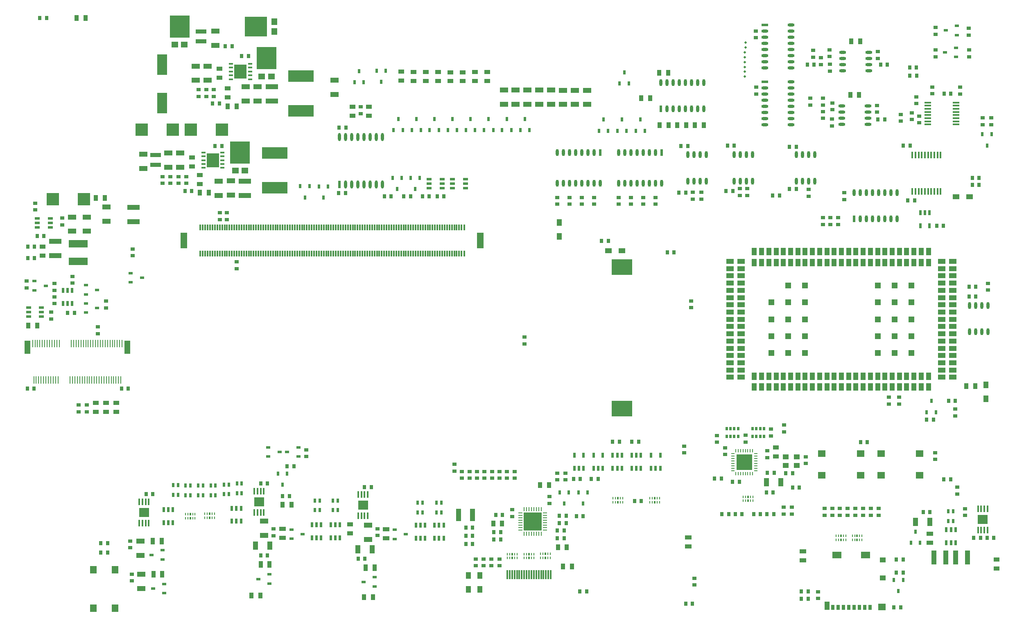
<source format=gtp>
G04*
G04 #@! TF.GenerationSoftware,Altium Limited,Altium Designer,21.2.2 (38)*
G04*
G04 Layer_Color=8421504*
%FSLAX25Y25*%
%MOIN*%
G70*
G04*
G04 #@! TF.SameCoordinates,9A9FBC94-F95F-4755-83A8-F293FEA714C6*
G04*
G04*
G04 #@! TF.FilePolarity,Positive*
G04*
G01*
G75*
%ADD19R,0.04409X0.11339*%
%ADD20R,0.02756X0.03543*%
%ADD21R,0.03543X0.02756*%
%ADD22R,0.02362X0.03543*%
%ADD23R,0.03937X0.02362*%
%ADD24R,0.03937X0.05315*%
%ADD25O,0.02362X0.05709*%
%ADD26C,0.01968*%
%ADD27R,0.03740X0.05118*%
%ADD28R,0.05709X0.02362*%
%ADD29O,0.05709X0.02362*%
%ADD30R,0.02362X0.05709*%
%ADD31O,0.02362X0.05709*%
%ADD32R,0.03543X0.02362*%
%ADD33O,0.05709X0.02362*%
%ADD34O,0.05512X0.01575*%
%ADD35R,0.03937X0.05906*%
%ADD36R,0.05906X0.03937*%
%ADD37R,0.04921X0.04921*%
%ADD38R,0.02362X0.03937*%
%ADD39O,0.01575X0.05512*%
%ADD40R,0.05315X0.03937*%
%ADD41R,0.05118X0.03740*%
%ADD42R,0.16535X0.12598*%
%ADD43R,0.06299X0.05512*%
%ADD44R,0.06693X0.04134*%
%ADD45R,0.01772X0.04724*%
%ADD46R,0.01181X0.04724*%
%ADD47R,0.05709X0.12992*%
%ADD48R,0.21000X0.09500*%
%ADD49R,0.07874X0.16535*%
%ADD50R,0.09843X0.09843*%
%ADD51R,0.08661X0.03543*%
%ADD52R,0.10236X0.11811*%
%ADD53R,0.03347X0.01378*%
%ADD54R,0.10236X0.04134*%
%ADD55R,0.05709X0.04528*%
%ADD56R,0.16339X0.18307*%
%ADD57O,0.02362X0.06496*%
%ADD58R,0.02362X0.06496*%
%ADD59R,0.02953X0.04331*%
%ADD60R,0.02756X0.04331*%
%ADD61R,0.06102X0.05315*%
%ADD62R,0.04429X0.07087*%
%ADD63R,0.07480X0.05315*%
%ADD64R,0.04724X0.03937*%
%ADD65R,0.05315X0.03740*%
%ADD66R,0.00787X0.02224*%
%ADD67R,0.01575X0.02224*%
%ADD68R,0.01968X0.02756*%
%ADD69R,0.05118X0.04331*%
%ADD70R,0.00984X0.02756*%
%ADD71R,0.02756X0.00984*%
%ADD72R,0.12598X0.12598*%
%ADD73R,0.04134X0.06693*%
%ADD74R,0.01968X0.03543*%
%ADD75O,0.01654X0.05512*%
%ADD76R,0.08465X0.07323*%
%ADD77R,0.04134X0.10236*%
%ADD78R,0.14764X0.14764*%
%ADD79R,0.01063X0.03347*%
%ADD80R,0.03347X0.01063*%
%ADD81R,0.01181X0.07480*%
%ADD82R,0.03740X0.05315*%
%ADD83R,0.00984X0.06102*%
%ADD84R,0.04724X0.10827*%
%ADD85R,0.15748X0.06299*%
%ADD86R,0.04528X0.05709*%
%ADD87R,0.18307X0.16339*%
%ADD88R,0.05512X0.06299*%
D19*
X758661Y47362D02*
D03*
X768504D02*
D03*
X776378D02*
D03*
X786220D02*
D03*
D20*
X332677Y341535D02*
D03*
X327165D02*
D03*
X316929D02*
D03*
X311417D02*
D03*
X342323Y341732D02*
D03*
X347835D02*
D03*
X359842D02*
D03*
X354331D02*
D03*
X473228Y80905D02*
D03*
X467717D02*
D03*
X627559Y342323D02*
D03*
X633071D02*
D03*
X646654Y382087D02*
D03*
X641142D02*
D03*
Y347638D02*
D03*
X646654D02*
D03*
X772621Y425197D02*
D03*
X767109D02*
D03*
X738976Y446654D02*
D03*
X744488D02*
D03*
X795472Y356693D02*
D03*
X789961D02*
D03*
X795472Y350787D02*
D03*
X789961D02*
D03*
X739173Y439944D02*
D03*
X744685D02*
D03*
X655709Y448819D02*
D03*
X661221D02*
D03*
X713189Y404331D02*
D03*
X718701D02*
D03*
X715354Y448819D02*
D03*
X720866D02*
D03*
X80512Y58858D02*
D03*
X86024D02*
D03*
X80512Y51378D02*
D03*
X86024D02*
D03*
X792913Y267913D02*
D03*
X787402D02*
D03*
X590748Y382874D02*
D03*
X596260D02*
D03*
X733858Y383071D02*
D03*
X739370D02*
D03*
X792913Y259842D02*
D03*
X787402D02*
D03*
X761024Y317717D02*
D03*
X766535D02*
D03*
X595079Y346063D02*
D03*
X589567D02*
D03*
X737598Y338386D02*
D03*
X743110D02*
D03*
X552953Y382480D02*
D03*
X558465D02*
D03*
X556693Y344488D02*
D03*
X551181D02*
D03*
X758465Y159646D02*
D03*
X752953D02*
D03*
X770669Y174803D02*
D03*
X776181D02*
D03*
X772441Y111024D02*
D03*
X766929D02*
D03*
X704528Y141142D02*
D03*
X699016D02*
D03*
X280118Y397441D02*
D03*
X274606D02*
D03*
X279724Y344094D02*
D03*
X274213D02*
D03*
X179134Y382677D02*
D03*
X173622D02*
D03*
X154527Y346063D02*
D03*
X149016D02*
D03*
X232283Y121653D02*
D03*
X237795D02*
D03*
X228543Y97244D02*
D03*
X234055D02*
D03*
X649213Y104331D02*
D03*
X643701D02*
D03*
X733661Y45669D02*
D03*
X728150D02*
D03*
Y35039D02*
D03*
X733661D02*
D03*
X731693Y6693D02*
D03*
X726181D02*
D03*
X650787Y13583D02*
D03*
X656299D02*
D03*
X656299Y19685D02*
D03*
X650787D02*
D03*
X514961Y93110D02*
D03*
X520472D02*
D03*
X475984Y19488D02*
D03*
X470472D02*
D03*
X556693Y9449D02*
D03*
X562205D02*
D03*
X512795Y141535D02*
D03*
X518307D02*
D03*
X497244D02*
D03*
X502756D02*
D03*
X485433Y111221D02*
D03*
X479921D02*
D03*
X470866D02*
D03*
X465354D02*
D03*
X585630Y111614D02*
D03*
X580118D02*
D03*
X643701Y115945D02*
D03*
X638189D02*
D03*
X622441Y100394D02*
D03*
X627953D02*
D03*
X623228Y116339D02*
D03*
X628740D02*
D03*
X600394Y108858D02*
D03*
X594882D02*
D03*
X591732Y82677D02*
D03*
X586221D02*
D03*
X597047D02*
D03*
X602559D02*
D03*
X622835D02*
D03*
X628346D02*
D03*
X617520D02*
D03*
X612008D02*
D03*
X807480Y63189D02*
D03*
X801968D02*
D03*
X791142D02*
D03*
X796654D02*
D03*
X755512Y84252D02*
D03*
X750000D02*
D03*
X488189Y305315D02*
D03*
X493701D02*
D03*
X377756Y71653D02*
D03*
X383268D02*
D03*
X377756Y64961D02*
D03*
X383268D02*
D03*
X377756Y58268D02*
D03*
X383268D02*
D03*
X401968Y81890D02*
D03*
X407480D02*
D03*
X459449Y75197D02*
D03*
X453937D02*
D03*
X459449Y81102D02*
D03*
X453937D02*
D03*
X406102Y67913D02*
D03*
X400591D02*
D03*
X406102Y62008D02*
D03*
X400591D02*
D03*
X452165Y69291D02*
D03*
X457677D02*
D03*
X452165Y62992D02*
D03*
X457677D02*
D03*
X295276Y104724D02*
D03*
X300787D02*
D03*
X289961Y46260D02*
D03*
X295472D02*
D03*
X210630Y107677D02*
D03*
X216142D02*
D03*
X210630Y48819D02*
D03*
X216142D02*
D03*
X122835Y98819D02*
D03*
X117323D02*
D03*
X36417Y486811D02*
D03*
X30906D02*
D03*
X102953Y185039D02*
D03*
X97441D02*
D03*
X53543Y246457D02*
D03*
X59055D02*
D03*
X26181Y184843D02*
D03*
X20669D02*
D03*
X187402Y463976D02*
D03*
X181890D02*
D03*
X176969Y417126D02*
D03*
X171457D02*
D03*
X21063Y300590D02*
D03*
X26575D02*
D03*
Y291339D02*
D03*
X21063D02*
D03*
X28740Y309252D02*
D03*
X34252D02*
D03*
X195276Y455905D02*
D03*
X200787D02*
D03*
X541732Y296063D02*
D03*
X547244D02*
D03*
D21*
X177362Y322638D02*
D03*
Y328150D02*
D03*
X183268Y322638D02*
D03*
Y328150D02*
D03*
X458661Y110433D02*
D03*
Y115945D02*
D03*
X452165Y115945D02*
D03*
Y110433D02*
D03*
X656693Y341732D02*
D03*
Y347244D02*
D03*
X712402Y415748D02*
D03*
Y410236D02*
D03*
X731693Y408268D02*
D03*
Y402756D02*
D03*
X780101Y430512D02*
D03*
Y425000D02*
D03*
X757464Y430709D02*
D03*
Y425197D02*
D03*
X613976Y430512D02*
D03*
Y425000D02*
D03*
X722047Y177756D02*
D03*
Y172244D02*
D03*
X730512Y177756D02*
D03*
Y172244D02*
D03*
X561024Y256299D02*
D03*
Y250787D02*
D03*
X555512Y137992D02*
D03*
Y132480D02*
D03*
X740945Y409646D02*
D03*
Y404134D02*
D03*
X746850Y401575D02*
D03*
Y407087D02*
D03*
X613779Y476378D02*
D03*
Y470866D02*
D03*
X798622Y405512D02*
D03*
Y400000D02*
D03*
X805332Y405512D02*
D03*
Y400000D02*
D03*
X760039Y460827D02*
D03*
Y455315D02*
D03*
Y479134D02*
D03*
Y473622D02*
D03*
X660433Y460433D02*
D03*
Y454921D02*
D03*
X658268Y421457D02*
D03*
Y415945D02*
D03*
X668504Y405118D02*
D03*
Y410630D02*
D03*
Y421457D02*
D03*
Y415945D02*
D03*
X787008Y478543D02*
D03*
Y473032D02*
D03*
X787402Y460827D02*
D03*
Y455315D02*
D03*
X675787Y399016D02*
D03*
Y404528D02*
D03*
X744472Y422638D02*
D03*
Y417126D02*
D03*
X675984Y417717D02*
D03*
Y412205D02*
D03*
X674016Y443701D02*
D03*
Y449213D02*
D03*
X673819Y461024D02*
D03*
Y455512D02*
D03*
X666929Y449016D02*
D03*
Y454528D02*
D03*
X713189Y459449D02*
D03*
Y453937D02*
D03*
X777953Y104528D02*
D03*
Y99016D02*
D03*
X802953Y265158D02*
D03*
Y270669D02*
D03*
X668504Y324213D02*
D03*
Y318701D02*
D03*
X674606Y324213D02*
D03*
Y318701D02*
D03*
X680709Y324213D02*
D03*
Y318701D02*
D03*
X685827Y338976D02*
D03*
Y344488D02*
D03*
X600787Y347835D02*
D03*
Y342323D02*
D03*
X606693Y347835D02*
D03*
Y342323D02*
D03*
X569488Y339370D02*
D03*
Y344882D02*
D03*
X562402Y339370D02*
D03*
Y344882D02*
D03*
X776181Y162598D02*
D03*
Y168110D02*
D03*
X502165Y335236D02*
D03*
Y340748D02*
D03*
X512205Y335236D02*
D03*
Y340748D02*
D03*
X522244Y335236D02*
D03*
Y340748D02*
D03*
X532087Y335236D02*
D03*
Y340748D02*
D03*
X452165Y335236D02*
D03*
Y340748D02*
D03*
X462205Y335236D02*
D03*
Y340748D02*
D03*
X472244Y335236D02*
D03*
Y340748D02*
D03*
X482283Y335236D02*
D03*
Y340748D02*
D03*
X759842Y127165D02*
D03*
Y132677D02*
D03*
X669685Y81693D02*
D03*
Y87205D02*
D03*
X292126Y409055D02*
D03*
Y414567D02*
D03*
X84646Y250591D02*
D03*
Y256102D02*
D03*
X137205Y357677D02*
D03*
Y352165D02*
D03*
X143701Y357677D02*
D03*
Y352165D02*
D03*
X150197Y357677D02*
D03*
Y352165D02*
D03*
X130709Y357677D02*
D03*
Y352165D02*
D03*
X247638Y135039D02*
D03*
Y129528D02*
D03*
X588779Y136614D02*
D03*
Y131102D02*
D03*
X582087Y141142D02*
D03*
Y146653D02*
D03*
X713779Y87205D02*
D03*
Y81693D02*
D03*
X664370Y13780D02*
D03*
Y19291D02*
D03*
X675984Y81693D02*
D03*
Y87205D02*
D03*
X694882Y81693D02*
D03*
Y87205D02*
D03*
X682283Y81693D02*
D03*
Y87205D02*
D03*
X707480Y81693D02*
D03*
Y87205D02*
D03*
X701181Y81693D02*
D03*
Y87205D02*
D03*
X688583Y81693D02*
D03*
Y87205D02*
D03*
X563779Y30315D02*
D03*
Y24803D02*
D03*
X636811Y155118D02*
D03*
Y149606D02*
D03*
X626181Y146260D02*
D03*
Y151772D02*
D03*
X654528Y123819D02*
D03*
Y129331D02*
D03*
X623228Y134252D02*
D03*
Y128740D02*
D03*
X605315Y141339D02*
D03*
Y146850D02*
D03*
X643110Y82677D02*
D03*
Y88189D02*
D03*
X636417Y82677D02*
D03*
Y88189D02*
D03*
X784252Y87008D02*
D03*
Y81496D02*
D03*
X425394Y221260D02*
D03*
Y226772D02*
D03*
X368504Y123228D02*
D03*
Y117717D02*
D03*
X78150Y229724D02*
D03*
Y235236D02*
D03*
X62402Y171457D02*
D03*
Y165945D02*
D03*
X69095Y171457D02*
D03*
Y165945D02*
D03*
X191142Y282677D02*
D03*
Y288189D02*
D03*
X417323Y111811D02*
D03*
Y117323D02*
D03*
X411221Y111811D02*
D03*
Y117323D02*
D03*
X405118Y111811D02*
D03*
Y117323D02*
D03*
X399016Y111811D02*
D03*
Y117323D02*
D03*
X392913Y111811D02*
D03*
Y117323D02*
D03*
X386811Y111811D02*
D03*
Y117323D02*
D03*
X380709Y111811D02*
D03*
Y117323D02*
D03*
X374606Y111811D02*
D03*
Y117323D02*
D03*
X445669Y91339D02*
D03*
Y96850D02*
D03*
X405118Y40551D02*
D03*
Y46063D02*
D03*
X385630Y40551D02*
D03*
Y46063D02*
D03*
X398622D02*
D03*
Y40551D02*
D03*
X392126Y46063D02*
D03*
Y40551D02*
D03*
X415354Y86221D02*
D03*
Y80709D02*
D03*
X305709Y70669D02*
D03*
Y65158D02*
D03*
X221260Y70472D02*
D03*
Y64961D02*
D03*
X104528Y55118D02*
D03*
Y60630D02*
D03*
X105709Y28150D02*
D03*
Y33661D02*
D03*
X39961Y241732D02*
D03*
Y247244D02*
D03*
X20079Y272441D02*
D03*
Y266929D02*
D03*
X42717Y270472D02*
D03*
Y264961D02*
D03*
X57480Y270866D02*
D03*
Y276378D02*
D03*
X106496Y293110D02*
D03*
Y298622D02*
D03*
X42717Y259646D02*
D03*
Y254134D02*
D03*
X160039Y423032D02*
D03*
Y428543D02*
D03*
X172441Y423032D02*
D03*
Y428543D02*
D03*
X166339Y423032D02*
D03*
Y428543D02*
D03*
X27165Y330512D02*
D03*
Y336024D02*
D03*
X49213Y323917D02*
D03*
Y318406D02*
D03*
D22*
X321850Y347441D02*
D03*
X318110Y356496D02*
D03*
X325590D02*
D03*
X336417Y347441D02*
D03*
X332677Y356496D02*
D03*
X340158D02*
D03*
X261811Y340551D02*
D03*
X258071Y349606D02*
D03*
X265551D02*
D03*
X246654Y340748D02*
D03*
X242913Y349803D02*
D03*
X250394D02*
D03*
X457874Y91339D02*
D03*
X454134Y100394D02*
D03*
X461614D02*
D03*
X473032Y91339D02*
D03*
X469291Y100394D02*
D03*
X476772D02*
D03*
X504724Y404134D02*
D03*
X508465Y395079D02*
D03*
X500984D02*
D03*
X506693Y442717D02*
D03*
X510433Y433661D02*
D03*
X502953D02*
D03*
X516142Y395079D02*
D03*
X523622D02*
D03*
X519882Y404134D02*
D03*
X486024Y395079D02*
D03*
X493504D02*
D03*
X489764Y404134D02*
D03*
X805709Y392126D02*
D03*
X798228D02*
D03*
X801968Y383071D02*
D03*
X752953Y165748D02*
D03*
X760433D02*
D03*
X756693Y174803D02*
D03*
X422047Y395669D02*
D03*
X429528D02*
D03*
X425787Y404724D02*
D03*
X407283Y395669D02*
D03*
X414764D02*
D03*
X411024Y404724D02*
D03*
X392520Y395669D02*
D03*
X400000D02*
D03*
X396260Y404724D02*
D03*
X377756Y395669D02*
D03*
X385236D02*
D03*
X381496Y404724D02*
D03*
X362992Y395669D02*
D03*
X370472D02*
D03*
X366732Y404724D02*
D03*
X348228Y395669D02*
D03*
X355709D02*
D03*
X351969Y404724D02*
D03*
X333661Y395669D02*
D03*
X341142D02*
D03*
X337402Y404724D02*
D03*
X318898Y395669D02*
D03*
X326378D02*
D03*
X322638Y404724D02*
D03*
X287008Y434646D02*
D03*
X294488D02*
D03*
X290748Y443701D02*
D03*
X312598Y443898D02*
D03*
X305118D02*
D03*
X308858Y434842D02*
D03*
X232283Y115748D02*
D03*
X224803D02*
D03*
X228543Y106693D02*
D03*
X733661Y28937D02*
D03*
X726181D02*
D03*
X729921Y19882D02*
D03*
X739961Y59252D02*
D03*
X747441D02*
D03*
X743701Y68307D02*
D03*
D23*
X358465Y355709D02*
D03*
Y351969D02*
D03*
Y348228D02*
D03*
X347835D02*
D03*
Y351969D02*
D03*
Y355709D02*
D03*
X366732Y348228D02*
D03*
Y351969D02*
D03*
Y355709D02*
D03*
X377362D02*
D03*
Y351969D02*
D03*
Y348228D02*
D03*
X32283Y250984D02*
D03*
Y247244D02*
D03*
Y243504D02*
D03*
X21654D02*
D03*
Y247244D02*
D03*
Y250984D02*
D03*
X28740Y316240D02*
D03*
Y319980D02*
D03*
Y323721D02*
D03*
X39370D02*
D03*
Y319980D02*
D03*
Y316240D02*
D03*
D24*
X453937Y308957D02*
D03*
Y320177D02*
D03*
X801181Y176673D02*
D03*
Y187894D02*
D03*
X379724Y21358D02*
D03*
Y32579D02*
D03*
X388976Y21260D02*
D03*
Y32480D02*
D03*
D25*
X646634Y354035D02*
D03*
X651634D02*
D03*
X656634D02*
D03*
X661634D02*
D03*
X646634Y375492D02*
D03*
X651634D02*
D03*
X656634D02*
D03*
X661634D02*
D03*
X802776Y252658D02*
D03*
X797776D02*
D03*
X792776D02*
D03*
X787776D02*
D03*
X802776Y231201D02*
D03*
X797776D02*
D03*
X792776D02*
D03*
X787776D02*
D03*
X611240Y375492D02*
D03*
X606240D02*
D03*
X601240D02*
D03*
X596240D02*
D03*
X611240Y354035D02*
D03*
X606240D02*
D03*
X601240D02*
D03*
X596240D02*
D03*
X573445Y375492D02*
D03*
X568445D02*
D03*
X563445D02*
D03*
X558445D02*
D03*
X573445Y354035D02*
D03*
X568445D02*
D03*
X563445D02*
D03*
X558445D02*
D03*
D26*
X604921Y454921D02*
D03*
Y458858D02*
D03*
Y443278D02*
D03*
Y439341D02*
D03*
X605315Y466929D02*
D03*
Y462992D02*
D03*
X604921Y447047D02*
D03*
Y450984D02*
D03*
D27*
X542520Y442126D02*
D03*
X535236D02*
D03*
X564075Y399606D02*
D03*
X571358D02*
D03*
X556988D02*
D03*
X549705D02*
D03*
X542815D02*
D03*
X535532D02*
D03*
X690650Y424151D02*
D03*
X697933D02*
D03*
X691437Y467913D02*
D03*
X698721D02*
D03*
X527658Y421457D02*
D03*
X520374D02*
D03*
X792520Y187008D02*
D03*
X785236D02*
D03*
X302165Y14764D02*
D03*
X294882D02*
D03*
X445374Y106102D02*
D03*
X438091D02*
D03*
X161221Y344685D02*
D03*
X168504D02*
D03*
X235827Y90354D02*
D03*
X228543D02*
D03*
X203248Y16339D02*
D03*
X210531D02*
D03*
X463976Y39961D02*
D03*
X456693D02*
D03*
X400000Y75000D02*
D03*
X407283D02*
D03*
X459941Y55709D02*
D03*
X452658D02*
D03*
X28839Y236221D02*
D03*
X21555D02*
D03*
X60925Y486811D02*
D03*
X68209D02*
D03*
X191043Y414961D02*
D03*
X183760D02*
D03*
X83760Y340158D02*
D03*
X76476D02*
D03*
D28*
X621063Y481277D02*
D03*
X621161Y435020D02*
D03*
D29*
X621063Y476277D02*
D03*
Y471277D02*
D03*
Y466277D02*
D03*
Y461277D02*
D03*
Y456277D02*
D03*
Y451277D02*
D03*
Y446277D02*
D03*
X642520Y481277D02*
D03*
Y476277D02*
D03*
Y471277D02*
D03*
Y466277D02*
D03*
Y461277D02*
D03*
Y456277D02*
D03*
Y451277D02*
D03*
Y446277D02*
D03*
X621161Y430020D02*
D03*
Y425020D02*
D03*
Y420020D02*
D03*
Y415020D02*
D03*
Y410020D02*
D03*
Y405020D02*
D03*
Y400020D02*
D03*
X642618Y435020D02*
D03*
Y430020D02*
D03*
Y425020D02*
D03*
Y420020D02*
D03*
Y415020D02*
D03*
Y410020D02*
D03*
Y405020D02*
D03*
Y400020D02*
D03*
D30*
X536532Y412894D02*
D03*
X693720Y323130D02*
D03*
X487185Y377165D02*
D03*
X537185D02*
D03*
D31*
X541533Y412894D02*
D03*
X546532D02*
D03*
X551533D02*
D03*
X556532D02*
D03*
X561532D02*
D03*
X566533D02*
D03*
X571532D02*
D03*
X536532Y434350D02*
D03*
X541533D02*
D03*
X546532D02*
D03*
X551533D02*
D03*
X556532D02*
D03*
X561532D02*
D03*
X566533D02*
D03*
X571532D02*
D03*
X698721Y323130D02*
D03*
X703721D02*
D03*
X708720D02*
D03*
X713721D02*
D03*
X718720D02*
D03*
X723721D02*
D03*
X728721D02*
D03*
X693720Y344587D02*
D03*
X698721D02*
D03*
X703721D02*
D03*
X708720D02*
D03*
X713721D02*
D03*
X718720D02*
D03*
X723721D02*
D03*
X728721D02*
D03*
X452185Y352362D02*
D03*
X457185D02*
D03*
X462185D02*
D03*
X467185D02*
D03*
X472185D02*
D03*
X477185D02*
D03*
X482185D02*
D03*
X487185D02*
D03*
X452185Y377165D02*
D03*
X457185D02*
D03*
X462185D02*
D03*
X467185D02*
D03*
X472185D02*
D03*
X477185D02*
D03*
X482185D02*
D03*
X502185Y352362D02*
D03*
X507185D02*
D03*
X512185D02*
D03*
X517185D02*
D03*
X522185D02*
D03*
X527185D02*
D03*
X532185D02*
D03*
X537185D02*
D03*
X502185Y377165D02*
D03*
X507185D02*
D03*
X512185D02*
D03*
X517185D02*
D03*
X522185D02*
D03*
X527185D02*
D03*
X532185D02*
D03*
D32*
X777362Y473032D02*
D03*
Y480512D02*
D03*
X768307Y476772D02*
D03*
X776772Y455118D02*
D03*
Y462598D02*
D03*
X767717Y458858D02*
D03*
X68504Y254331D02*
D03*
Y246850D02*
D03*
X77559Y250590D02*
D03*
X216929Y137008D02*
D03*
Y129528D02*
D03*
X225984Y133268D02*
D03*
X241339Y129528D02*
D03*
Y137008D02*
D03*
X232283Y133268D02*
D03*
X328937Y66142D02*
D03*
X319882Y62402D02*
D03*
Y69882D02*
D03*
X294291Y27362D02*
D03*
X303346Y31102D02*
D03*
Y23622D02*
D03*
X208858Y29724D02*
D03*
X217913Y33465D02*
D03*
Y25984D02*
D03*
X244685Y66339D02*
D03*
X235630Y62598D02*
D03*
Y70079D02*
D03*
X121850Y49409D02*
D03*
X130905Y53150D02*
D03*
Y45669D02*
D03*
X123031Y21850D02*
D03*
X132087Y25591D02*
D03*
Y18110D02*
D03*
X35630Y268701D02*
D03*
X26575Y264961D02*
D03*
Y272441D02*
D03*
X77559Y265354D02*
D03*
X68504Y261614D02*
D03*
Y269094D02*
D03*
X113976Y275197D02*
D03*
X104921Y271457D02*
D03*
Y278937D02*
D03*
D33*
X705905Y443819D02*
D03*
Y448819D02*
D03*
Y453819D02*
D03*
Y458819D02*
D03*
X684449Y443819D02*
D03*
Y448819D02*
D03*
Y453819D02*
D03*
Y458819D02*
D03*
X705217Y400177D02*
D03*
Y405177D02*
D03*
Y410177D02*
D03*
Y415177D02*
D03*
X683760Y400177D02*
D03*
Y405177D02*
D03*
Y410177D02*
D03*
Y415177D02*
D03*
D34*
X753723Y418012D02*
D03*
Y415453D02*
D03*
Y412894D02*
D03*
Y410335D02*
D03*
Y407776D02*
D03*
Y405217D02*
D03*
Y402658D02*
D03*
Y400098D02*
D03*
X776952Y418012D02*
D03*
Y415453D02*
D03*
Y412894D02*
D03*
Y410335D02*
D03*
Y407776D02*
D03*
Y405217D02*
D03*
Y402658D02*
D03*
Y400098D02*
D03*
D35*
X612598Y287598D02*
D03*
X618504D02*
D03*
X624409D02*
D03*
X630315D02*
D03*
X636221D02*
D03*
X642126D02*
D03*
X648032D02*
D03*
X653937D02*
D03*
X659842D02*
D03*
X665748D02*
D03*
X671654D02*
D03*
X677559D02*
D03*
X683464D02*
D03*
X689370D02*
D03*
X695276D02*
D03*
X701181D02*
D03*
X707087D02*
D03*
X712992D02*
D03*
X718898D02*
D03*
X724803D02*
D03*
X730709D02*
D03*
X736614D02*
D03*
X742520D02*
D03*
X748425D02*
D03*
X754331D02*
D03*
X612598Y296457D02*
D03*
X618504D02*
D03*
X624409D02*
D03*
X630315D02*
D03*
X636221D02*
D03*
X642126D02*
D03*
X648032D02*
D03*
X653937D02*
D03*
X659842D02*
D03*
X665748D02*
D03*
X671654D02*
D03*
X677559D02*
D03*
X683464D02*
D03*
X689370D02*
D03*
X695276D02*
D03*
X701181D02*
D03*
X707087D02*
D03*
X712992D02*
D03*
X718898D02*
D03*
X724803D02*
D03*
X730709D02*
D03*
X736614D02*
D03*
X742520D02*
D03*
X748425D02*
D03*
X754331D02*
D03*
Y195079D02*
D03*
X748425D02*
D03*
X742520D02*
D03*
X736614D02*
D03*
X730709D02*
D03*
X724803D02*
D03*
X718898D02*
D03*
X712992D02*
D03*
X707087D02*
D03*
X701181D02*
D03*
X695276D02*
D03*
X689370D02*
D03*
X683465D02*
D03*
X677559D02*
D03*
X671654D02*
D03*
X665748D02*
D03*
X659842D02*
D03*
X653937D02*
D03*
X648032D02*
D03*
X642126D02*
D03*
X636221D02*
D03*
X630315D02*
D03*
X624409D02*
D03*
X618504D02*
D03*
X612598D02*
D03*
X754331Y186221D02*
D03*
X748425D02*
D03*
X742520D02*
D03*
X736614D02*
D03*
X730709D02*
D03*
X724803D02*
D03*
X718898D02*
D03*
X712992D02*
D03*
X707087D02*
D03*
X701181D02*
D03*
X695276D02*
D03*
X689370D02*
D03*
X683465D02*
D03*
X677559D02*
D03*
X671654D02*
D03*
X665748D02*
D03*
X659842D02*
D03*
X653937D02*
D03*
X648032D02*
D03*
X642126D02*
D03*
X636221D02*
D03*
X630315D02*
D03*
X624409D02*
D03*
X618504D02*
D03*
X612598D02*
D03*
D36*
X765158Y282677D02*
D03*
Y288583D02*
D03*
Y235433D02*
D03*
Y276772D02*
D03*
Y270866D02*
D03*
Y264961D02*
D03*
Y259055D02*
D03*
Y253150D02*
D03*
Y247244D02*
D03*
Y241339D02*
D03*
Y229528D02*
D03*
Y223622D02*
D03*
Y217717D02*
D03*
Y211811D02*
D03*
Y205906D02*
D03*
Y200000D02*
D03*
Y194095D02*
D03*
X774016Y288583D02*
D03*
Y282677D02*
D03*
Y276772D02*
D03*
Y270866D02*
D03*
Y264961D02*
D03*
Y259055D02*
D03*
Y253150D02*
D03*
Y247244D02*
D03*
Y241339D02*
D03*
Y235433D02*
D03*
Y229528D02*
D03*
Y223622D02*
D03*
Y217717D02*
D03*
Y211811D02*
D03*
Y205807D02*
D03*
Y200000D02*
D03*
Y194095D02*
D03*
X601772Y194095D02*
D03*
Y200000D02*
D03*
Y205906D02*
D03*
Y211811D02*
D03*
Y217717D02*
D03*
Y223622D02*
D03*
Y229528D02*
D03*
Y235433D02*
D03*
Y241339D02*
D03*
Y247244D02*
D03*
Y253150D02*
D03*
Y259055D02*
D03*
Y264961D02*
D03*
Y270866D02*
D03*
Y276772D02*
D03*
Y282677D02*
D03*
Y288583D02*
D03*
X592913Y194095D02*
D03*
Y200000D02*
D03*
Y205906D02*
D03*
Y211811D02*
D03*
Y217717D02*
D03*
Y223622D02*
D03*
Y229528D02*
D03*
Y235433D02*
D03*
Y241339D02*
D03*
Y247244D02*
D03*
Y253150D02*
D03*
Y259055D02*
D03*
Y264961D02*
D03*
Y270866D02*
D03*
Y276772D02*
D03*
Y282677D02*
D03*
Y288583D02*
D03*
D37*
X726772Y213779D02*
D03*
Y227559D02*
D03*
Y241339D02*
D03*
Y255118D02*
D03*
Y268898D02*
D03*
X712992Y213779D02*
D03*
Y227559D02*
D03*
Y241339D02*
D03*
Y255118D02*
D03*
Y268898D02*
D03*
X626378Y255118D02*
D03*
Y241339D02*
D03*
Y227559D02*
D03*
Y213779D02*
D03*
X640158Y268898D02*
D03*
Y255118D02*
D03*
Y241339D02*
D03*
Y227559D02*
D03*
Y213779D02*
D03*
X653937Y268898D02*
D03*
Y255118D02*
D03*
Y241339D02*
D03*
Y227559D02*
D03*
Y213779D02*
D03*
X740551Y268898D02*
D03*
Y255118D02*
D03*
Y241339D02*
D03*
Y227559D02*
D03*
Y213779D02*
D03*
D38*
X755118Y317717D02*
D03*
X747638D02*
D03*
Y328346D02*
D03*
X751378D02*
D03*
X755118D02*
D03*
X466142Y130709D02*
D03*
X473622D02*
D03*
Y120079D02*
D03*
X469882D02*
D03*
X466142D02*
D03*
X481693Y130709D02*
D03*
X489173D02*
D03*
Y120079D02*
D03*
X485433D02*
D03*
X481693D02*
D03*
X497244D02*
D03*
X500984D02*
D03*
X504724D02*
D03*
Y130709D02*
D03*
X500984D02*
D03*
X497244D02*
D03*
X512795Y120079D02*
D03*
X516535D02*
D03*
X520276D02*
D03*
Y130709D02*
D03*
X516535D02*
D03*
X512795D02*
D03*
X528543Y130512D02*
D03*
X536024D02*
D03*
Y119882D02*
D03*
X532283D02*
D03*
X528543D02*
D03*
X768898Y59252D02*
D03*
X772638D02*
D03*
X776378D02*
D03*
Y69882D02*
D03*
X772638D02*
D03*
X768898D02*
D03*
X267717Y74016D02*
D03*
X271457D02*
D03*
X275197D02*
D03*
Y63386D02*
D03*
X271457D02*
D03*
X267717D02*
D03*
X194685Y87402D02*
D03*
X190945D02*
D03*
X187205D02*
D03*
Y76772D02*
D03*
X190945D02*
D03*
X194685D02*
D03*
X139173Y86221D02*
D03*
X135433D02*
D03*
X131693D02*
D03*
Y75590D02*
D03*
X135433D02*
D03*
X139173D02*
D03*
X352165Y62992D02*
D03*
X355906D02*
D03*
X359646D02*
D03*
Y73622D02*
D03*
X355906D02*
D03*
X352165D02*
D03*
X337008Y62992D02*
D03*
X340748D02*
D03*
X344488D02*
D03*
Y73622D02*
D03*
X340748D02*
D03*
X337008D02*
D03*
X252362Y63386D02*
D03*
X256102D02*
D03*
X259842D02*
D03*
Y74016D02*
D03*
X256102D02*
D03*
X252362D02*
D03*
X57284Y254331D02*
D03*
X53543D02*
D03*
X49803D02*
D03*
Y264961D02*
D03*
X53543D02*
D03*
X57284D02*
D03*
D39*
X764272Y375394D02*
D03*
X761713D02*
D03*
X759154D02*
D03*
X756595D02*
D03*
X754035D02*
D03*
X751476D02*
D03*
X748917D02*
D03*
X746358D02*
D03*
X743799D02*
D03*
X741240D02*
D03*
X764272Y345472D02*
D03*
X761713D02*
D03*
X759154D02*
D03*
X756595D02*
D03*
X754035D02*
D03*
X751476D02*
D03*
X748917D02*
D03*
X746358D02*
D03*
X743799D02*
D03*
X741240D02*
D03*
D40*
X787894Y341339D02*
D03*
X776673D02*
D03*
X493701Y297244D02*
D03*
X504921D02*
D03*
D41*
X283465Y66831D02*
D03*
Y74114D02*
D03*
X395276Y442815D02*
D03*
Y435532D02*
D03*
X385236Y442815D02*
D03*
Y435532D02*
D03*
X375197Y442717D02*
D03*
Y435433D02*
D03*
X365158Y442717D02*
D03*
Y435433D02*
D03*
X355118Y442815D02*
D03*
Y435532D02*
D03*
X345276Y442913D02*
D03*
Y435630D02*
D03*
X335236Y443012D02*
D03*
Y435728D02*
D03*
X325197Y443110D02*
D03*
Y435827D02*
D03*
X285433Y414567D02*
D03*
Y407283D02*
D03*
X298819D02*
D03*
Y414567D02*
D03*
X154724Y373327D02*
D03*
Y366043D02*
D03*
X161221Y358760D02*
D03*
Y351476D02*
D03*
X177165Y445571D02*
D03*
Y438287D02*
D03*
X93110Y173130D02*
D03*
Y165847D02*
D03*
X84842Y173130D02*
D03*
Y165847D02*
D03*
X76575Y173130D02*
D03*
Y165847D02*
D03*
X630118Y136909D02*
D03*
Y129626D02*
D03*
X809646Y38386D02*
D03*
Y45669D02*
D03*
X183858Y422342D02*
D03*
Y429626D02*
D03*
X33268Y293209D02*
D03*
Y300492D02*
D03*
D42*
X504724Y168504D02*
D03*
Y283858D02*
D03*
D43*
X747244Y114370D02*
D03*
X715748D02*
D03*
X747244Y132087D02*
D03*
X715748D02*
D03*
X667520D02*
D03*
X699016D02*
D03*
X667520Y114370D02*
D03*
X699016D02*
D03*
D44*
X476378Y428051D02*
D03*
Y416437D02*
D03*
X466535Y428051D02*
D03*
Y416437D02*
D03*
X456890Y428051D02*
D03*
Y416437D02*
D03*
X447244Y428150D02*
D03*
Y416535D02*
D03*
X437598Y416634D02*
D03*
Y428248D02*
D03*
X408661Y416634D02*
D03*
Y428248D02*
D03*
X427953Y416634D02*
D03*
Y428248D02*
D03*
X418110Y416634D02*
D03*
Y428248D02*
D03*
X270669Y424705D02*
D03*
Y436319D02*
D03*
X114961Y375886D02*
D03*
Y364272D02*
D03*
X135433Y365256D02*
D03*
Y376870D02*
D03*
X145079Y365256D02*
D03*
Y376870D02*
D03*
X176575Y354035D02*
D03*
Y342421D02*
D03*
X186417Y354134D02*
D03*
Y342520D02*
D03*
X298031Y73524D02*
D03*
Y61910D02*
D03*
X213386Y76870D02*
D03*
Y65256D02*
D03*
X112795Y60630D02*
D03*
Y49016D02*
D03*
X113583Y33658D02*
D03*
Y22044D02*
D03*
X167323Y447736D02*
D03*
Y436122D02*
D03*
X157874Y447736D02*
D03*
Y436122D02*
D03*
X198425Y419390D02*
D03*
Y431004D02*
D03*
X208268Y419291D02*
D03*
Y430905D02*
D03*
X173819Y476181D02*
D03*
Y464567D02*
D03*
X69095Y324705D02*
D03*
Y313091D02*
D03*
X57284Y324705D02*
D03*
Y313091D02*
D03*
X85236Y332874D02*
D03*
Y321260D02*
D03*
D45*
X376476Y316142D02*
D03*
X161319D02*
D03*
X376476Y294882D02*
D03*
X161319D02*
D03*
D46*
X374213Y316142D02*
D03*
X372244D02*
D03*
X370276D02*
D03*
X368307D02*
D03*
X366339D02*
D03*
X364370D02*
D03*
X362402D02*
D03*
X360433D02*
D03*
X358465D02*
D03*
X356496D02*
D03*
X354528D02*
D03*
X352559D02*
D03*
X350590D02*
D03*
X348622D02*
D03*
X346654D02*
D03*
X344685D02*
D03*
X342717D02*
D03*
X340748D02*
D03*
X338779D02*
D03*
X336811D02*
D03*
X334842D02*
D03*
X332874D02*
D03*
X330906D02*
D03*
X328937D02*
D03*
X326969D02*
D03*
X325000D02*
D03*
X323031D02*
D03*
X321063D02*
D03*
X319094D02*
D03*
X317126D02*
D03*
X315158D02*
D03*
X313189D02*
D03*
X311221D02*
D03*
X309252D02*
D03*
X307283D02*
D03*
X305315D02*
D03*
X303346D02*
D03*
X301378D02*
D03*
X299410D02*
D03*
X297441D02*
D03*
X295472D02*
D03*
X293504D02*
D03*
X291535D02*
D03*
X289567D02*
D03*
X287598D02*
D03*
X285630D02*
D03*
X283661D02*
D03*
X281693D02*
D03*
X279724D02*
D03*
X277756D02*
D03*
X275787D02*
D03*
X273819D02*
D03*
X271850D02*
D03*
X269882D02*
D03*
X267913D02*
D03*
X265945D02*
D03*
X263976D02*
D03*
X262008D02*
D03*
X260039D02*
D03*
X258071D02*
D03*
X256102D02*
D03*
X254134D02*
D03*
X252165D02*
D03*
X250197D02*
D03*
X248228D02*
D03*
X246260D02*
D03*
X244291D02*
D03*
X242323D02*
D03*
X240354D02*
D03*
X238386D02*
D03*
X236417D02*
D03*
X234449D02*
D03*
X232480D02*
D03*
X230512D02*
D03*
X228543D02*
D03*
X226575D02*
D03*
X224606D02*
D03*
X222638D02*
D03*
X220669D02*
D03*
X218701D02*
D03*
X216732D02*
D03*
X214764D02*
D03*
X212795D02*
D03*
X210827D02*
D03*
X208858D02*
D03*
X206890D02*
D03*
X204921D02*
D03*
X202953D02*
D03*
X200984D02*
D03*
X199016D02*
D03*
X197047D02*
D03*
X195079D02*
D03*
X193110D02*
D03*
X191142D02*
D03*
X189173D02*
D03*
X187205D02*
D03*
X185236D02*
D03*
X183268D02*
D03*
X181299D02*
D03*
X179331D02*
D03*
X177362D02*
D03*
X175394D02*
D03*
X173425D02*
D03*
X171457D02*
D03*
X169488D02*
D03*
X167520D02*
D03*
X165551D02*
D03*
X163583D02*
D03*
X374213Y294882D02*
D03*
X372244D02*
D03*
X370276D02*
D03*
X368307D02*
D03*
X366339D02*
D03*
X364370D02*
D03*
X362402D02*
D03*
X360433D02*
D03*
X358465D02*
D03*
X356496D02*
D03*
X354528D02*
D03*
X352559D02*
D03*
X350590D02*
D03*
X348622D02*
D03*
X346654D02*
D03*
X344685D02*
D03*
X342717D02*
D03*
X340748D02*
D03*
X338779D02*
D03*
X336811D02*
D03*
X334842D02*
D03*
X332874D02*
D03*
X330906D02*
D03*
X328937D02*
D03*
X326969D02*
D03*
X325000D02*
D03*
X323031D02*
D03*
X321063D02*
D03*
X319094D02*
D03*
X317126D02*
D03*
X315158D02*
D03*
X313189D02*
D03*
X311221D02*
D03*
X309252D02*
D03*
X307283D02*
D03*
X305315D02*
D03*
X303346D02*
D03*
X301378D02*
D03*
X299410D02*
D03*
X297441D02*
D03*
X295472D02*
D03*
X293504D02*
D03*
X291535D02*
D03*
X289567D02*
D03*
X287598D02*
D03*
X285630D02*
D03*
X283661D02*
D03*
X281693D02*
D03*
X279724D02*
D03*
X277756D02*
D03*
X275787D02*
D03*
X273819D02*
D03*
X271850D02*
D03*
X269882D02*
D03*
X267913D02*
D03*
X265945D02*
D03*
X263976D02*
D03*
X262008D02*
D03*
X260039D02*
D03*
X258071D02*
D03*
X256102D02*
D03*
X254134D02*
D03*
X252165D02*
D03*
X250197D02*
D03*
X248228D02*
D03*
X246260D02*
D03*
X244291D02*
D03*
X242323D02*
D03*
X240354D02*
D03*
X238386D02*
D03*
X236417D02*
D03*
X234449D02*
D03*
X232480D02*
D03*
X230512D02*
D03*
X228543D02*
D03*
X226575D02*
D03*
X224606D02*
D03*
X222638D02*
D03*
X220669D02*
D03*
X218701D02*
D03*
X216732D02*
D03*
X214764D02*
D03*
X212795D02*
D03*
X210827D02*
D03*
X208858D02*
D03*
X206890D02*
D03*
X204921D02*
D03*
X202953D02*
D03*
X200984D02*
D03*
X199016D02*
D03*
X197047D02*
D03*
X195079D02*
D03*
X193110D02*
D03*
X191142D02*
D03*
X189173D02*
D03*
X187205D02*
D03*
X185236D02*
D03*
X183268D02*
D03*
X181299D02*
D03*
X179331D02*
D03*
X177362D02*
D03*
X175394D02*
D03*
X173425D02*
D03*
X171457D02*
D03*
X169488D02*
D03*
X167520D02*
D03*
X165551D02*
D03*
X163583D02*
D03*
D47*
X148228Y305512D02*
D03*
X389567D02*
D03*
D48*
X222244Y348543D02*
D03*
Y377047D02*
D03*
X243307Y439646D02*
D03*
Y411142D02*
D03*
D49*
X130315Y417520D02*
D03*
Y449016D02*
D03*
D50*
X113773Y395866D02*
D03*
X139173D02*
D03*
X179235D02*
D03*
X153835D02*
D03*
X41529Y339173D02*
D03*
X66929D02*
D03*
D51*
X125197Y375197D02*
D03*
Y367323D02*
D03*
X162205Y475787D02*
D03*
Y467913D02*
D03*
D52*
X171752Y371063D02*
D03*
X194193Y443307D02*
D03*
D53*
X179527Y364764D02*
D03*
Y367913D02*
D03*
Y371063D02*
D03*
Y374213D02*
D03*
Y377362D02*
D03*
X163976Y364764D02*
D03*
Y367913D02*
D03*
Y371063D02*
D03*
Y374213D02*
D03*
Y377362D02*
D03*
X186417Y449606D02*
D03*
Y446457D02*
D03*
Y443307D02*
D03*
Y440157D02*
D03*
Y437008D02*
D03*
X201969Y449606D02*
D03*
Y446457D02*
D03*
Y443307D02*
D03*
Y440157D02*
D03*
Y437008D02*
D03*
D54*
X197835Y342421D02*
D03*
Y354035D02*
D03*
X107087Y332579D02*
D03*
Y320965D02*
D03*
X219685Y430905D02*
D03*
Y419291D02*
D03*
X43504Y304823D02*
D03*
Y293209D02*
D03*
D55*
X197716Y362598D02*
D03*
X189961D02*
D03*
X148504Y465158D02*
D03*
X140748D02*
D03*
X211614Y439370D02*
D03*
X219370D02*
D03*
D56*
X193839Y377362D02*
D03*
X144626Y479921D02*
D03*
X215492Y454134D02*
D03*
D57*
X309626Y389961D02*
D03*
X304626D02*
D03*
X299626D02*
D03*
X294626D02*
D03*
X289626D02*
D03*
X284626D02*
D03*
X279626D02*
D03*
X274626D02*
D03*
X309626Y351378D02*
D03*
X304626D02*
D03*
X299626D02*
D03*
X294626D02*
D03*
X289626D02*
D03*
X284626D02*
D03*
X279626D02*
D03*
D58*
X274626D02*
D03*
D59*
X706693Y6496D02*
D03*
X702362D02*
D03*
X698032D02*
D03*
X693701D02*
D03*
X689370D02*
D03*
X685039D02*
D03*
X680709D02*
D03*
D60*
X676476D02*
D03*
D61*
X716378Y6988D02*
D03*
D62*
X671634Y7874D02*
D03*
D63*
X679783Y49114D02*
D03*
X703287D02*
D03*
D64*
X717067Y30709D02*
D03*
Y45276D02*
D03*
D65*
X558661Y63681D02*
D03*
Y56398D02*
D03*
X652165Y44980D02*
D03*
Y52264D02*
D03*
X755512Y66535D02*
D03*
Y59252D02*
D03*
X312795Y70276D02*
D03*
Y62992D02*
D03*
X228346Y70472D02*
D03*
Y63189D02*
D03*
D66*
X700197Y64764D02*
D03*
X698228D02*
D03*
X694291D02*
D03*
X692323D02*
D03*
X700197Y61472D02*
D03*
X698228D02*
D03*
X694291D02*
D03*
X692323D02*
D03*
X687008Y64780D02*
D03*
X685039D02*
D03*
X681102D02*
D03*
X679134D02*
D03*
X687008Y61488D02*
D03*
X685039D02*
D03*
X681102D02*
D03*
X679134D02*
D03*
X611417Y96724D02*
D03*
X609449D02*
D03*
X605512D02*
D03*
X603543D02*
D03*
X611417Y93433D02*
D03*
X609449D02*
D03*
X605512D02*
D03*
X603543D02*
D03*
X173031Y82819D02*
D03*
X171063D02*
D03*
X167126D02*
D03*
X165157D02*
D03*
X173031Y79528D02*
D03*
X171063D02*
D03*
X167126D02*
D03*
X165157D02*
D03*
X505315Y95472D02*
D03*
X503346D02*
D03*
X499409D02*
D03*
X497441D02*
D03*
X505315Y92181D02*
D03*
X503346D02*
D03*
X499409D02*
D03*
X497441D02*
D03*
X446457Y50142D02*
D03*
X444488D02*
D03*
X440551D02*
D03*
X438583D02*
D03*
X446457Y46850D02*
D03*
X444488D02*
D03*
X440551D02*
D03*
X438583D02*
D03*
X433071Y50071D02*
D03*
X431102D02*
D03*
X427165D02*
D03*
X425197D02*
D03*
X433071Y46780D02*
D03*
X431102D02*
D03*
X427165D02*
D03*
X425197D02*
D03*
X411417D02*
D03*
X413386D02*
D03*
X417323D02*
D03*
X419291D02*
D03*
X411417Y50071D02*
D03*
X413386D02*
D03*
X417323D02*
D03*
X419291D02*
D03*
X157283Y82693D02*
D03*
X155315D02*
D03*
X151378D02*
D03*
X149409D02*
D03*
X157283Y79402D02*
D03*
X155315D02*
D03*
X151378D02*
D03*
X149409D02*
D03*
X535433Y95543D02*
D03*
X533465D02*
D03*
X529528D02*
D03*
X527559D02*
D03*
X535433Y92252D02*
D03*
X533465D02*
D03*
X529528D02*
D03*
X527559D02*
D03*
D67*
X696260Y64764D02*
D03*
Y61472D02*
D03*
X683071Y64780D02*
D03*
Y61488D02*
D03*
X607480Y96724D02*
D03*
Y93433D02*
D03*
X169095Y82819D02*
D03*
Y79528D02*
D03*
X501378Y95472D02*
D03*
Y92181D02*
D03*
X442520Y50142D02*
D03*
Y46850D02*
D03*
X429134Y50071D02*
D03*
Y46780D02*
D03*
X415354D02*
D03*
Y50071D02*
D03*
X153347Y82693D02*
D03*
Y79402D02*
D03*
X531496Y95543D02*
D03*
Y92252D02*
D03*
D68*
X589961Y145866D02*
D03*
X593110D02*
D03*
X596260D02*
D03*
X599409D02*
D03*
X589961Y152165D02*
D03*
X593110D02*
D03*
X596260D02*
D03*
X599409D02*
D03*
X611024Y145866D02*
D03*
X614173D02*
D03*
X617323D02*
D03*
X620472D02*
D03*
X611024Y152165D02*
D03*
X614173D02*
D03*
X617323D02*
D03*
X620472D02*
D03*
D69*
X638189Y122244D02*
D03*
Y129331D02*
D03*
X647244D02*
D03*
Y122244D02*
D03*
D70*
X611221Y115551D02*
D03*
X609252D02*
D03*
X607283D02*
D03*
X605315D02*
D03*
X603346D02*
D03*
X601378D02*
D03*
X599409D02*
D03*
X597441D02*
D03*
Y134252D02*
D03*
X599409D02*
D03*
X601378D02*
D03*
X603346D02*
D03*
X605315D02*
D03*
X607283D02*
D03*
X609252D02*
D03*
X611221D02*
D03*
D71*
X594980Y118012D02*
D03*
Y119980D02*
D03*
Y121949D02*
D03*
Y123917D02*
D03*
Y125886D02*
D03*
Y127854D02*
D03*
Y129823D02*
D03*
Y131791D02*
D03*
X613681D02*
D03*
Y129823D02*
D03*
Y127854D02*
D03*
Y125886D02*
D03*
Y123917D02*
D03*
Y121949D02*
D03*
Y119980D02*
D03*
Y118012D02*
D03*
D72*
X604331Y124902D02*
D03*
D73*
X634154Y108465D02*
D03*
X622539D02*
D03*
X743898Y76378D02*
D03*
X755512D02*
D03*
X289862Y53937D02*
D03*
X301476D02*
D03*
X206594Y56890D02*
D03*
X218209D02*
D03*
D74*
X770472Y84842D02*
D03*
Y76968D02*
D03*
X774409D02*
D03*
Y84842D02*
D03*
X191339Y107480D02*
D03*
Y99606D02*
D03*
X195276D02*
D03*
Y107480D02*
D03*
X180709Y106693D02*
D03*
Y98819D02*
D03*
X184646D02*
D03*
Y106693D02*
D03*
X169961Y105905D02*
D03*
Y98032D02*
D03*
X173898D02*
D03*
Y105905D02*
D03*
X159764D02*
D03*
Y98032D02*
D03*
X163701D02*
D03*
Y105905D02*
D03*
X149567D02*
D03*
Y98032D02*
D03*
X153504D02*
D03*
Y105905D02*
D03*
X139370Y106102D02*
D03*
Y98228D02*
D03*
X143307D02*
D03*
Y106102D02*
D03*
X353740Y91929D02*
D03*
Y84055D02*
D03*
X357677D02*
D03*
Y91929D02*
D03*
X338583D02*
D03*
Y84055D02*
D03*
X342520D02*
D03*
Y91929D02*
D03*
X254724Y93701D02*
D03*
Y85827D02*
D03*
X258661D02*
D03*
Y93701D02*
D03*
X269488D02*
D03*
Y85827D02*
D03*
X273425D02*
D03*
Y93701D02*
D03*
D75*
X794685Y69685D02*
D03*
X797244D02*
D03*
X799803D02*
D03*
X802362D02*
D03*
X794685Y87008D02*
D03*
X797244D02*
D03*
X799803D02*
D03*
X802362D02*
D03*
X297835Y98425D02*
D03*
X295276D02*
D03*
X292717D02*
D03*
X290158D02*
D03*
X297835Y81102D02*
D03*
X295276D02*
D03*
X292717D02*
D03*
X290158D02*
D03*
X213189Y101378D02*
D03*
X210630D02*
D03*
X208071D02*
D03*
X205512D02*
D03*
X213189Y84055D02*
D03*
X210630D02*
D03*
X208071D02*
D03*
X205512D02*
D03*
X111909Y75197D02*
D03*
X114469D02*
D03*
X117028D02*
D03*
X119587D02*
D03*
X111909Y92520D02*
D03*
X114469D02*
D03*
X117028D02*
D03*
X119587D02*
D03*
D76*
X798524Y78347D02*
D03*
X293996Y89764D02*
D03*
X209350Y92716D02*
D03*
X115748Y83858D02*
D03*
D77*
X383268Y81890D02*
D03*
X371654D02*
D03*
D78*
X432087Y76575D02*
D03*
D79*
X425197Y86614D02*
D03*
X427165D02*
D03*
X429134D02*
D03*
X431102D02*
D03*
X433071D02*
D03*
X435039D02*
D03*
X437008D02*
D03*
X438976D02*
D03*
Y66535D02*
D03*
X437008D02*
D03*
X435039D02*
D03*
X433071D02*
D03*
X431102D02*
D03*
X429134D02*
D03*
X427165D02*
D03*
X425197D02*
D03*
D80*
X442126Y83464D02*
D03*
Y81496D02*
D03*
Y79527D02*
D03*
Y77559D02*
D03*
Y75590D02*
D03*
Y73622D02*
D03*
Y71653D02*
D03*
Y69685D02*
D03*
X422047D02*
D03*
Y71653D02*
D03*
Y73622D02*
D03*
Y75590D02*
D03*
Y77559D02*
D03*
Y79527D02*
D03*
Y81496D02*
D03*
Y83464D02*
D03*
D81*
X446850Y33268D02*
D03*
X444882D02*
D03*
X442913D02*
D03*
X440945D02*
D03*
X438976D02*
D03*
X437008D02*
D03*
X435039D02*
D03*
X433071D02*
D03*
X431102D02*
D03*
X429134D02*
D03*
X427165D02*
D03*
X425197D02*
D03*
X423228D02*
D03*
X421260D02*
D03*
X419291D02*
D03*
X417323D02*
D03*
X415354D02*
D03*
X413386D02*
D03*
X411417D02*
D03*
D82*
X296063Y38780D02*
D03*
X303346D02*
D03*
X210630Y41535D02*
D03*
X217913D02*
D03*
X130118Y60630D02*
D03*
X122835D02*
D03*
X123327Y33661D02*
D03*
X130610D02*
D03*
D83*
X45669Y191831D02*
D03*
X97835Y221555D02*
D03*
X96850Y191831D02*
D03*
X95866Y221555D02*
D03*
X94882Y191831D02*
D03*
X93898Y221555D02*
D03*
X92913Y191831D02*
D03*
X91929Y221555D02*
D03*
X90945Y191831D02*
D03*
X89961Y221555D02*
D03*
X88976Y191831D02*
D03*
X87992Y221555D02*
D03*
X87008Y191831D02*
D03*
X86024Y221555D02*
D03*
X85039Y191831D02*
D03*
X84055Y221555D02*
D03*
X83071Y191831D02*
D03*
X82087Y221555D02*
D03*
X81102Y191831D02*
D03*
X80118Y221555D02*
D03*
X79134Y191831D02*
D03*
X78150Y221555D02*
D03*
X77165Y191831D02*
D03*
X76181Y221555D02*
D03*
X75197Y191831D02*
D03*
X74213Y221555D02*
D03*
X73228Y191831D02*
D03*
X72244Y221555D02*
D03*
X71260Y191831D02*
D03*
X70276Y221555D02*
D03*
X69291Y191831D02*
D03*
X68307Y221555D02*
D03*
X67323Y191831D02*
D03*
X66339Y221555D02*
D03*
X65354Y191831D02*
D03*
X64370Y221555D02*
D03*
X63386Y191831D02*
D03*
X62402Y221555D02*
D03*
X61417Y191831D02*
D03*
X60433Y221555D02*
D03*
X59449Y191831D02*
D03*
X58465Y221555D02*
D03*
X57480Y191831D02*
D03*
X56496Y221555D02*
D03*
X46654D02*
D03*
X44685D02*
D03*
X43701Y191831D02*
D03*
X42717Y221555D02*
D03*
X41732Y191831D02*
D03*
X40748Y221555D02*
D03*
X39764Y191831D02*
D03*
X38780Y221555D02*
D03*
X37795Y191831D02*
D03*
X36811Y221555D02*
D03*
X35827Y191831D02*
D03*
X34843Y221555D02*
D03*
X33858Y191831D02*
D03*
X32874Y221555D02*
D03*
X31890Y191831D02*
D03*
X30906Y221555D02*
D03*
X29921Y191831D02*
D03*
X28937Y221555D02*
D03*
X27953Y191831D02*
D03*
X26969Y221555D02*
D03*
X25984Y191831D02*
D03*
X25000Y221555D02*
D03*
X55512Y191831D02*
D03*
D84*
X102165Y218504D02*
D03*
X20669D02*
D03*
D85*
X62008Y288484D02*
D03*
Y303051D02*
D03*
D86*
X221654Y483799D02*
D03*
Y476043D02*
D03*
D87*
X206890Y479921D02*
D03*
D88*
X92126Y37402D02*
D03*
Y5906D02*
D03*
X74409Y37402D02*
D03*
Y5906D02*
D03*
M02*

</source>
